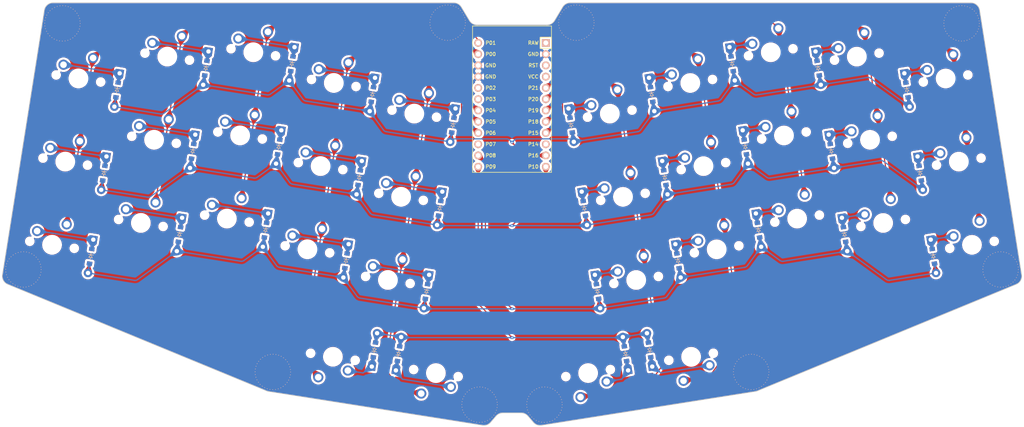
<source format=kicad_pcb>
(kicad_pcb (version 20221018) (generator pcbnew)
  (title_block (title "moai") (rev "0.0.2") (company "4itor"))
  (layers (0 "F.Cu" signal) (31 "B.Cu" signal) (34 "B.Paste" user) (35 "F.Paste" user) (36 "B.SilkS" user "B.Silkscreen") (37 "F.SilkS" user "F.Silkscreen") (38 "B.Mask" user) (39 "F.Mask" user) (44 "Edge.Cuts" user))
  (net 0 "")
  (net 1 "P1")
  (net 2 "pinky_bottom")
  (net 3 "pinky_home")
  (net 4 "pinky_top")
  (net 5 "P0")
  (net 6 "ring_bottom")
  (net 7 "ring_home")
  (net 8 "ring_top")
  (net 9 "P4")
  (net 10 "middle_bottom")
  (net 11 "middle_home")
  (net 12 "middle_top")
  (net 13 "P5")
  (net 14 "index_bottom")
  (net 15 "index_home")
  (net 16 "index_top")
  (net 17 "P6")
  (net 18 "inner_bottom")
  (net 19 "inner_home")
  (net 20 "inner_top")
  (net 21 "P21")
  (net 22 "mirror_pinky_bottom")
  (net 23 "mirror_pinky_home")
  (net 24 "mirror_pinky_top")
  (net 25 "P20")
  (net 26 "mirror_ring_bottom")
  (net 27 "mirror_ring_home")
  (net 28 "mirror_ring_top")
  (net 29 "P19")
  (net 30 "mirror_middle_bottom")
  (net 31 "mirror_middle_home")
  (net 32 "mirror_middle_top")
  (net 33 "P18")
  (net 34 "mirror_index_bottom")
  (net 35 "mirror_index_home")
  (net 36 "mirror_index_top")
  (net 37 "P15")
  (net 38 "mirror_inner_bottom")
  (net 39 "mirror_inner_home")
  (net 40 "mirror_inner_top")
  (net 41 "outer_default")
  (net 42 "inner_default")
  (net 43 "mirror_outer_default")
  (net 44 "mirror_inner_default")
  (net 45 "P8")
  (net 46 "P10")
  (net 47 "P16")
  (net 48 "P9")
  (net 49 "RAW")
  (net 50 "GND")
  (net 51 "RST")
  (net 52 "VCC")
  (net 53 "P14")
  (net 54 "P2")
  (net 55 "P3")
  (net 56 "P7")
  (footprint "MX" (layer "F.Cu") (at 147.282416 97.200141 -9)
    (fp_text reference "10.001259" hide)
    (fp_text value "" hide)
  )
  (footprint "MX" (layer "F.Cu") (at 283.298922 98.178641 9)
    (fp_text reference "10.0012521" hide)
    (fp_text value "" hide)
  )
  (footprint "VIA-0.6mm" (layer "F.Cu") (at 205.594763 161.579947)
    (fp_text reference "REF**" hide)
    (fp_text value "VIA-0.6mm" hide)
  )
  (footprint "ComboDiode" (layer "F.Cu") (at 130.647562 138.303935 -99)
    (fp_text reference "D4" hide)
    (fp_text value "" hide)
  )
  (footprint "ComboDiode" (layer "F.Cu") (at 297.587257 124.467107 -81)
    (fp_text reference "D17" hide)
    (fp_text value "" hide)
  )
  (footprint "MX" (layer "F.Cu") (at 245.766763 104.123151 9)
    (fp_text reference "10.0012527" hide)
    (fp_text value "" hide)
  )
  (footprint "MX" (layer "F.Cu") (at 144.31016 115.966221 -9)
    (fp_text reference "10.001258" hide)
    (fp_text value "" hide)
  )
  (footprint "MX" (layer "F.Cu") (at 222.748065 169.57995 -171)
    (fp_text reference "10.0012534" hide)
    (fp_text value "" hide)
  )
  (footprint "MX" (layer "F.Cu") (at 233.570934 148.578314 9)
    (fp_text reference "10.0012528" hide)
    (fp_text value "" hide)
  )
  (footprint "ComboDiode" (layer "F.Cu") (at 192.264571 113.639295 -99)
    (fp_text reference "D15" hide)
    (fp_text value "" hide)
  )
  (footprint "MX" (layer "F.Cu") (at 162.450501 122.88923 -9)
    (fp_text reference "10.0012511" hide)
    (fp_text value "" hide)
  )
  (footprint "MX" (layer "F.Cu") (at 183.563096 111.046159 -9)
    (fp_text reference "10.0012515" hide)
    (fp_text value "" hide)
  )
  (footprint "MX" (layer "F.Cu") (at 101.928534 140.640052 -9)
    (fp_text reference "10.001251" hide)
    (fp_text value "" hide)
  )
  (footprint "ComboDiode" (layer "F.Cu") (at 116.574518 105.701029 -99)
    (fp_text reference "D3" hide)
    (fp_text value "" hide)
  )
  (footprint "ProMicro" (layer "F.Cu") (at 205.594758 109.046159 -90)
    (fp_text reference "MCU1" hide)
    (fp_text value "" hide)
  )
  (footprint "ComboDiode" (layer "F.Cu") (at 300.559511 143.233186 -81)
    (fp_text reference "D16" hide)
    (fp_text value "" hide)
  )
  (footprint "ComboDiode" (layer "F.Cu") (at 274.597448 100.771775 -81)
    (fp_text reference "D21" hide)
    (fp_text value "" hide)
  )
  (footprint "ComboDiode" (layer "F.Cu") (at 218.924952 113.639293 -81)
    (fp_text reference "D30" hide)
    (fp_text value "" hide)
  )
  (footprint "MX" (layer "F.Cu") (at 230.598679 129.812236 9)
    (fp_text reference "10.0012529" hide)
    (fp_text value "" hide)
  )
  (footprint "MX" (layer "F.Cu") (at 306.28873 121.873973 9)
    (fp_text reference "10.0012517" hide)
    (fp_text value "" hide)
  )
  (footprint "ComboDiode" (layer "F.Cu") (at 155.98389 99.793278 -99)
    (fp_text reference "D9" hide)
    (fp_text value "" hide)
  )
  (footprint "MX" (layer "F.Cu") (at 227.626425 111.046159 9)
    (fp_text reference "10.0012530" hide)
    (fp_text value "" hide)
  )
  (footprint "MX" (layer "F.Cu") (at 127.890597 98.178643 -9)
    (fp_text reference "10.001256" hide)
    (fp_text value "" hide)
  )
  (footprint "ComboDiode" (layer "F.Cu") (at 133.619816 119.537855 -99)
    (fp_text reference "D5" hide)
    (fp_text value "" hide)
  )
  (footprint "ComboDiode" (layer "F.Cu") (at 174.589278 164.348587 81)
    (fp_text reference "D31" hide)
    (fp_text value "" hide)
  )
  (footprint "ComboDiode" (layer "F.Cu") (at 221.897206 132.405373 -81)
    (fp_text reference "D29" hide)
    (fp_text value "" hide)
  )
  (footprint "MX" (layer "F.Cu") (at 165.23078 165.903736 171)
    (fp_text reference "10.0012531" hide)
    (fp_text value "" hide)
  )
  (footprint "ComboDiode" (layer "F.Cu") (at 261.150145 137.325435 -81)
    (fp_text reference "D22" hide)
    (fp_text value "" hide)
  )
  (footprint "MX" (layer "F.Cu") (at 180.590843 129.812235 -9)
    (fp_text reference "10.0012514" hide)
    (fp_text value "" hide)
  )
  (footprint "MX" (layer "F.Cu") (at 251.711274 141.655309 9)
    (fp_text reference "10.0012525" hide)
    (fp_text value "" hide)
  )
  (footprint "MX" (layer "F.Cu") (at 286.271178 116.944719 9)
    (fp_text reference "10.0012520" hide)
    (fp_text value "" hide)
  )
  (footprint "MX" (layer "F.Cu") (at 289.243434 135.710796 9)
    (fp_text reference "10.0012519" hide)
    (fp_text value "" hide)
  )
  (footprint "ComboDiode" (layer "F.Cu") (at 168.179719 144.248445 -99)
    (fp_text reference "D10" hide)
    (fp_text value "" hide)
  )
  (footprint "MX" (layer "F.Cu") (at 269.851616 134.7323 9)
    (fp_text reference "10.0012522" hide)
    (fp_text value "" hide)
  )
  (footprint "ComboDiode" (layer "F.Cu") (at 243.009801 144.248443 -81)
    (fp_text reference "D25" hide)
    (fp_text value "" hide)
  )
  (footprint "ComboDiode" (layer "F.Cu") (at 136.592072 100.771778 -99)
    (fp_text reference "D6" hide)
    (fp_text value "" hide)
  )
  (footprint "ComboDiode" (layer "F.Cu") (at 113.602265 124.467109 -99)
    (fp_text reference "D2" hide)
    (fp_text value "" hide)
  )
  (footprint "ComboDiode" (layer "F.Cu") (at 294.615003 105.701029 -81)
    (fp_text reference "D18" hide)
    (fp_text value "" hide)
  )
  (footprint "MX" (layer "F.Cu") (at 121.94609 135.710798 -9)
    (fp_text reference "10.001254" hide)
    (fp_text value "" hide)
  )
  (footprint "MX" (layer "F.Cu") (at 177.618586 148.578316 -9)
    (fp_text reference "10.0012513" hide)
    (fp_text value "" hide)
  )
  (footprint "ComboDiode" (layer "F.Cu") (at 240.037544 125.482365 -81)
    (fp_text reference "D26" hide)
    (fp_text value "" hide)
  )
  (footprint "ComboDiode" (layer "F.Cu") (at 258.177888 118.559355 -81)
    (fp_text reference "D23" hide)
    (fp_text value "" hide)
  )
  (footprint "ComboDiode" (layer "F.Cu") (at 150.03938 137.325436 -99)
    (fp_text reference "D7" hide)
    (fp_text value "" hide)
  )
  (footprint "ComboDiode" (layer "F.Cu") (at 231.167959 165.208974 99)
    (fp_text reference "D33" hide)
    (fp_text value "" hide)
  )
  (footprint "MX" (layer "F.Cu") (at 141.337903 134.732299 -9)
    (fp_text reference "10.001257" hide)
    (fp_text value "" hide)
  )
  (footprint "ComboDiode" (layer "F.Cu") (at 186.320061 151.171453 -99)
    (fp_text reference "D13" hide)
    (fp_text value "" hide)
  )
  (footprint "ComboDiode" (layer "F.Cu") (at 237.06529 106.716286 -81)
    (fp_text reference "D27" hide)
    (fp_text value "" hide)
  )
  (footprint "ComboDiode" (layer "F.Cu") (at 171.151975 125.482363 -99)
    (fp_text reference "D11" hide)
    (fp_text value "" hide)
  )
  (footprint "MX" (layer "F.Cu") (at 104.900789 121.873969 -9)
    (fp_text reference "10.001252" hide)
    (fp_text value "" hide)
  )
  (footprint "MX" (layer "F.Cu") (at 263.907107 97.200141 9)
    (fp_text reference "10.0012524" hide)
    (fp_text value "" hide)
  )
  (footprint "ComboDiode" (layer "F.Cu") (at 280.541959 138.303932 -81)
    (fp_text reference "D19" hide)
    (fp_text value "" hide)
  )
  (footprint "MX" (layer "F.Cu") (at 266.879358 115.966221 9)
    (fp_text reference "10.0012523" hide)
    (fp_text value "" hide)
  )
  (footprint "MX" (layer "F.Cu") (at 165.422755 104.12315 -9)
    (fp_text reference "10.0012512" hide)
    (fp_text value "" hide)
  )
  (footprint "ComboDiode" (layer "F.Cu") (at 153.011637 118.559356 -99)
    (fp_text reference "D8" hide)
    (fp_text value "" hide)
  )
  (footprint "ComboDiode" (layer "F.Cu") (at 189.292316 132.405368 -99)
    (fp_text reference "D14" hide)
    (fp_text value "" hide)
  )
  (footprint "MX" (layer "F.Cu") (at 188.441456 169.579948 171)
    (fp_text reference "10.0012532" hide)
    (fp_text value "" hide)
  )
  (footprint "VIA-0.6mm" (layer "F.Cu") (at 205.594762 136.312239)
    (fp_text reference "REF**" hide)
    (fp_text value "VIA-0.6mm" hide)
  )
  (footprint "MX" (layer "F.Cu") (at 303.316475 103.107891 9)
    (fp_text reference "10.0012518" hide)
    (fp_text value "" hide)
  )
  (footprint "ComboDiode" (layer "F.Cu") (at 174.124229 106.716287 -99)
    (fp_text reference "D12" hide)
    (fp_text value "" hide)
  )
  (footprint "ComboDiode" (layer "F.Cu") (at 224.869456 151.17145 -81)
    (fp_text reference "D28" hide)
    (fp_text value "" hide)
  )
  (footprint "MX" (layer "F.Cu") (at 248.739021 122.889225 9)
    (fp_text reference "10.0012526" hide)
    (fp_text value "" hide)
  )
  (footprint "ComboDiode" (layer "F.Cu") (at 180.021564 165.208974 81)
    (fp_text reference "D32" hide)
    (fp_text value "" hide)
  )
  (footprint "ComboDiode" (layer "F.Cu") (at 236.600245 164.348587 99)
    (fp_text reference "D34" hide)
    (fp_text value "" hide)
  )
  (footprint "MX" (layer "F.Cu") (at 245.958742 165.903741 -171)
    (fp_text reference "10.0012533" hide)
    (fp_text value "" hide)
  )
  (footprint "MX" (layer "F.Cu") (at 159.478247 141.655308 -9)
    (fp_text reference "10.0012510" hide)
    (fp_text value "" hide)
  )
  (footprint "ComboDiode" (layer "F.Cu") (at 110.630007 143.233186 -99)
    (fp_text reference "D1" hide)
    (fp_text value "" hide)
  )
  (footprint "ComboDiode" (layer "F.Cu") (at 277.569704 119.537857 -81)
    (fp_text reference "D20" hide)
    (fp_text value "" hide)
  )
  (footprint "MX" (layer "F.Cu") (at 309.260985 140.64005 9)
    (fp_text reference "10.0012516" hide)
    (fp_text value "" hide)
  )
  (footprint "MX" (layer "F.Cu") (at 124.918347 116.944718 -9)
    (fp_text reference "10.001255" hide)
    (fp_text value "" hide)
  )
  (footprint "VIA-0.6mm" (layer "F.Cu") (at 205.594762 117.546154)
    (fp_text reference "REF**" hide)
    (fp_text value "VIA-0.6mm" hide)
  )
  (footprint "MX" (layer "F.Cu") (at 107.873046 103.107895 -9)
    (fp_text reference "10.001253" hide)
    (fp_text value "" hide)
  )
  (footprint "VIA-0.6mm" (layer "F.Cu") (at 205.594763 155.078312)
    (fp_text reference "REF**" hide)
    (fp_text value "VIA-0.6mm" hide)
  )
  (footprint "ComboDiode" (layer "F.Cu") (at 255.205632 99.79328 -81)
    (fp_text reference "D24" hide)
    (fp_text value "" hide)
  )
  (gr_circle (center 212.907046 176.708437) (end 216.907048 176.708437) (stroke (width 0.15) (type dot)) (fill none) (layer "B.SilkS"))
  (gr_circle (center 104.272348 90.675303) (end 108.27235 90.675303) (stroke (width 0.15) (type dot)) (fill none) (layer "B.SilkS"))
  (gr_circle (center 259.496305 169.329424) (end 263.496308 169.329424) (stroke (width 0.15) (type dot)) (fill none) (layer "B.SilkS"))
  (gr_circle (center 198.282473 176.708437) (end 202.282472 176.708437) (stroke (width 0.15) (type dot)) (fill none) (layer "B.SilkS"))
  (gr_circle (center 220.094763 90.520597) (end 224.094761 90.520597) (stroke (width 0.15) (type dot)) (fill none) (layer "B.SilkS"))
  (gr_circle (center 306.917168 90.675303) (end 310.917171 90.675303) (stroke (width 0.15) (type dot)) (fill none) (layer "B.SilkS"))
  (gr_circle (center 95.477997 146.200672) (end 99.477994 146.200672) (stroke (width 0.15) (type dot)) (fill none) (layer "B.SilkS"))
  (gr_circle (center 151.693213 169.329422) (end 155.693212 169.329422) (stroke (width 0.15) (type dot)) (fill none) (layer "B.SilkS"))
  (gr_circle (center 315.711525 146.200674) (end 319.711526 146.200674) (stroke (width 0.15) (type dot)) (fill none) (layer "B.SilkS"))
  (gr_circle (center 191.094762 90.520597) (end 195.09476 90.520597) (stroke (width 0.15) (type dot)) (fill none) (layer "B.SilkS"))
  (gr_arc (start 217.012156 86.991604) (mid 217.741743 86.280196) (end 218.727139 86.020597) (stroke (width 0.15)) (layer "Edge.Cuts"))
  (gr_line (start 203.513149 178.579949) (end 207.676375 178.57995) (stroke (width 0.15)) (layer "Edge.Cuts"))
  (gr_line (start 212.244166 181.369523) (end 260.461939 173.732577) (stroke (width 0.15)) (layer "Edge.Cuts"))
  (gr_line (start 150.72758 173.732575) (end 198.945353 181.369519) (stroke (width 0.15)) (layer "Edge.Cuts"))
  (gr_line (start 200.775139 180.697584) (end 201.996229 179.276511) (stroke (width 0.15)) (layer "Edge.Cuts"))
  (gr_arc (start 215.177368 90.049587) (mid 214.447779 90.760997) (end 213.462379 91.020595) (stroke (width 0.15)) (layer "Edge.Cuts"))
  (gr_line (start 91.94596 149.555625) (end 150.278101 173.606205) (stroke (width 0.15)) (layer "Edge.Cuts"))
  (gr_arc (start 150.727579 173.732575) (mid 150.49914 173.682551) (end 150.278101 173.606205) (stroke (width 0.15)) (layer "Edge.Cuts"))
  (gr_line (start 100.186276 87.707728) (end 90.732939 147.393752) (stroke (width 0.15)) (layer "Edge.Cuts"))
  (gr_arc (start 192.462381 86.020591) (mid 193.447781 86.280192) (end 194.177367 86.991604) (stroke (width 0.15)) (layer "Edge.Cuts"))
  (gr_line (start 209.19329 179.276507) (end 210.414377 180.697584) (stroke (width 0.15)) (layer "Edge.Cuts"))
  (gr_arc (start 260.911421 173.606204) (mid 260.69038 173.682552) (end 260.461938 173.732578) (stroke (width 0.15)) (layer "Edge.Cuts"))
  (gr_line (start 260.911421 173.606204) (end 319.243562 149.555628) (stroke (width 0.15)) (layer "Edge.Cuts"))
  (gr_arc (start 197.727139 91.020595) (mid 196.741742 90.760996) (end 196.012155 90.049589) (stroke (width 0.15)) (layer "Edge.Cuts"))
  (gr_arc (start 207.676375 178.57995) (mid 208.510974 178.762412) (end 209.19329 179.276507) (stroke (width 0.15)) (layer "Edge.Cuts"))
  (gr_arc (start 91.94596 149.555625) (mid 90.964119 148.685285) (end 90.732939 147.393752) (stroke (width 0.15)) (layer "Edge.Cuts"))
  (gr_line (start 217.012156 86.991605) (end 215.177366 90.049585) (stroke (width 0.15)) (layer "Edge.Cuts"))
  (gr_arc (start 309.027868 86.020595) (mid 310.326765 86.499783) (end 311.003245 87.707726) (stroke (width 0.15)) (layer "Edge.Cuts"))
  (gr_line (start 320.456584 147.393751) (end 311.003245 87.707726) (stroke (width 0.15)) (layer "Edge.Cuts"))
  (gr_arc (start 320.456585 147.393752) (mid 320.225402 148.685285) (end 319.243562 149.555628) (stroke (width 0.15)) (layer "Edge.Cuts"))
  (gr_line (start 309.027869 86.020594) (end 218.727139 86.020597) (stroke (width 0.15)) (layer "Edge.Cuts"))
  (gr_arc (start 201.996229 179.276511) (mid 202.678547 178.762414) (end 203.513149 178.579949) (stroke (width 0.15)) (layer "Edge.Cuts"))
  (gr_arc (start 212.244166 181.369523) (mid 211.241869 181.271562) (end 210.414377 180.697584) (stroke (width 0.15)) (layer "Edge.Cuts"))
  (gr_line (start 213.462379 91.020595) (end 197.727138 91.020594) (stroke (width 0.15)) (layer "Edge.Cuts"))
  (gr_line (start 192.462381 86.020591) (end 102.161653 86.020593) (stroke (width 0.15)) (layer "Edge.Cuts"))
  (gr_arc (start 200.775139 180.697584) (mid 199.947647 181.271558) (end 198.945353 181.369519) (stroke (width 0.15)) (layer "Edge.Cuts"))
  (gr_arc (start 100.186276 87.707728) (mid 100.862757 86.499785) (end 102.161653 86.020593) (stroke (width 0.15)) (layer "Edge.Cuts"))
  (gr_line (start 196.012155 90.049589) (end 194.177367 86.991604) (stroke (width 0.15)) (layer "Edge.Cuts"))
  (segment (start 190.585786 87.4) (end 122.678457 87.4) (width 0.25) (layer "F.Cu") (net 1))
  (segment (start 197.681865 94.081865) (end 191.292893 87.692893) (width 0.25) (layer "F.Cu") (net 1))
  (segment (start 108.204204 117.253857) (end 105.231952 136.019939) (width 0.25) (layer "F.Cu") (net 1))
  (segment (start 197.974758 95.076159) (end 197.974758 94.788972) (width 0.25) (layer "F.Cu") (net 1))
  (segment (start 111.176461 98.487781) (end 108.204204 117.253857) (width 0.25) (layer "F.Cu") (net 1))
  (segment (start 121.97135 87.692893) (end 111.176461 98.487782) (width 0.25) (layer "F.Cu") (net 1))
  (arc (start 197.974758 94.788972) (mid 197.898638 94.406289) (end 197.681865 94.081865) (width 0.25) (layer "F.Cu") (net 1))
  (arc (start 191.292893 87.692893) (mid 190.96847 87.47612) (end 190.585786 87.4) (width 0.25) (layer "F.Cu") (net 1))
  (arc (start 121.97135 87.692893) (mid 122.295773 87.47612) (end 122.678457 87.4) (width 0.25) (layer "F.Cu") (net 1))
  (segment (start 111.226024 139.470092) (end 110.888125 141.603501) (width 0.25) (layer "F.Cu") (net 2))
  (segment (start 111.226024 139.470091) (end 110.888127 141.603499) (width 0.25) (layer "B.Cu") (net 2))
  (segment (start 111.226024 139.470091) (end 98.642876 137.477116) (width 0.25) (layer "B.Cu") (net 2))
  (segment (start 98.642876 137.477116) (end 98.562787 137.535305) (width 0.25) (layer "B.Cu") (net 2))
  (segment (start 114.198279 120.704015) (end 113.860383 122.837421) (width 0.25) (layer "F.Cu") (net 3))
  (segment (start 114.198278 120.704015) (end 113.860379 122.83742) (width 0.25) (layer "B.Cu") (net 3))
  (segment (start 114.198278 120.704015) (end 101.615129 118.71104) (width 0.25) (layer "B.Cu") (net 3))
  (segment (start 101.615129 118.71104) (end 101.535041 118.769226) (width 0.25) (layer "B.Cu") (net 3))
  (segment (start 117.170535 101.937937) (end 116.832636 104.071343) (width 0.25) (layer "F.Cu") (net 4))
  (segment (start 117.170532 101.937935) (end 116.832637 104.071343) (width 0.25) (layer "B.Cu") (net 4))
  (segment (start 104.587383 99.944958) (end 104.507292 100.003148) (width 0.25) (layer "B.Cu") (net 4))
  (segment (start 117.170532 101.937935) (end 104.587383 99.944958) (width 0.25) (layer "B.Cu") (net 4))
  (segment (start 131.194014 93.55853) (end 128.221761 112.3246) (width 0.25) (layer "F.Cu") (net 5))
  (segment (start 135.459649 89.292893) (end 131.194012 93.55853) (width 0.25) (layer "F.Cu") (net 5))
  (segment (start 197.974758 97.616159) (end 196.292893 95.934294) (width 0.25) (layer "F.Cu") (net 5))
  (segment (start 195.707107 93.307107) (end 191.692893 89.292893) (width 0.25) (layer "F.Cu") (net 5))
  (segment (start 128.221761 112.3246) (end 128.221761 112.324604) (width 0.25) (layer "F.Cu") (net 5))
  (segment (start 190.985786 89) (end 136.166756 89) (width 0.25) (layer "F.Cu") (net 5))
  (segment (start 196 95.227187) (end 196 94.014214) (width 0.25) (layer "F.Cu") (net 5))
  (segment (start 128.221761 112.324604) (end 125.249506 131.090685) (width 0.25) (layer "F.Cu") (net 5))
  (arc (start 195.707107 93.307107) (mid 195.92388 93.63153) (end 196 94.014214) (width 0.25) (layer "F.Cu") (net 5))
  (arc (start 196.292893 95.934294) (mid 196.07612 95.609871) (end 196 95.227187) (width 0.25) (layer "F.Cu") (net 5))
  (arc (start 191.692893 89.292893) (mid 191.36847 89.07612) (end 190.985786 89) (width 0.25) (layer "F.Cu") (net 5))
  (arc (start 135.459649 89.292893) (mid 135.784072 89.07612) (end 136.166756 89) (width 0.25) (layer "F.Cu") (net 5))
  (segment (start 131.243578 134.540843) (end 130.905678 136.674248) (width 0.25) (layer "F.Cu") (net 6))
  (segment (start 131.243579 134.540842) (end 118.66043 132.547866) (width 0.25) (layer "B.Cu") (net 6))
  (segment (start 131.243579 134.540842) (end 130.905681 136.674245) (width 0.25) (layer "B.Cu") (net 6))
  (segment (start 118.66043 132.547866) (end 118.580342 132.606054) (width 0.25) (layer "B.Cu") (net 6))
  (segment (start 134.215833 115.774762) (end 133.877934 117.90817) (width 0.25) (layer "F.Cu") (net 7))
  (segment (start 134.215832 115.774764) (end 121.632681 113.781788) (width 0.25) (layer "B.Cu") (net 7))
  (segment (start 121.632681 113.781788) (end 121.552597 113.839975) (width 0.25) (layer "B.Cu") (net 7))
  (segment (start 134.215832 115.774764) (end 133.877934 117.908172) (width 0.25) (layer "B.Cu") (net 7))
  (segment (start 137.188087 97.008684) (end 136.850189 99.14209) (width 0.25) (layer "F.Cu") (net 8))
  (segment (start 137.188089 97.008684) (end 124.604939 95.01571) (width 0.25) (layer "B.Cu") (net 8))
  (segment (start 124.604939 95.01571) (end 124.524852 95.073896) (width 0.25) (layer "B.Cu") (net 8))
  (segment (start 137.188089 97.008684) (end 136.850189 99.142089) (width 0.25) (layer "B.Cu") (net 8))
  (segment (start 197.974758 110.316159) (end 195.692893 108.034294) (width 0.25) (layer "F.Cu") (net 9))
  (segment (start 152.272966 90.892893) (end 150.585831 92.580028) (width 0.25) (layer "F.Cu") (net 9))
  (segment (start 150.585833 92.580027) (end 147.613576 111.346108) (width 0.25) (layer "F.Cu") (net 9))
  (segment (start 191.385786 90.6) (end 152.980073 90.6) (width 0.25) (layer "F.Cu") (net 9))
  (segment (start 147.613576 111.346108) (end 144.641322 130.112185) (width 0.25) (layer "F.Cu") (net 9))
  (segment (start 195.107107 93.907107) (end 192.092893 90.892893) (width 0.25) (layer "F.Cu") (net 9))
  (segment (start 195.4 107.327187) (end 195.4 94.614214) (width 0.25) (layer "F.Cu") (net 9))
  (arc (start 152.272966 90.892893) (mid 152.597389 90.67612) (end 152.980073 90.6) (width 0.25) (layer "F.Cu") (net 9))
  (arc (start 195.692893 108.034294) (mid 195.47612 107.709871) (end 195.4 107.327187) (width 0.25) (layer "F.Cu") (net 9))
  (arc (start 191.385786 90.6) (mid 191.768469 90.67612) (end 192.092893 90.892893) (width 0.25) (layer "F.Cu") (net 9))
  (arc (start 195.107107 93.907107) (mid 195.32388 94.23153) (end 195.4 94.614214) (width 0.25) (layer "F.Cu") (net 9))
  (segment (start 150.635395 133.562341) (end 150.297498 135.69575) (width 0.25) (layer "F.Cu") (net 10))
  (segment (start 150.635393 133.562343) (end 138.052243 131.569368) (width 0.25) (layer "B.Cu") (net 10))
  (segment (start 150.635393 133.562343) (end 150.297497 135.695752) (width 0.25) (layer "B.Cu") (net 10))
  (segment (start 138.052243 131.569368) (end 137.972159 131.627556) (width 0.25) (layer "B.Cu") (net 10))
  (segment (start 153.60765 114.796264) (end 153.269754 116.92967) (width 0.25) (layer "F.Cu") (net 11))
  (segment (start 153.269753 116.929671) (end 153.607649 114.796263) (width 0.25) (layer "B.Cu") (net 11))
  (segment (start 153.607649 114.796263) (end 141.024499 112.803288) (width 0.25) (layer "B.Cu") (net 11))
  (segment (start 141.024499 112.803288) (end 140.944412 112.861477) (width 0.25) (layer "B.Cu") (net 11))
  (segment (start 156.579905 96.030186) (end 156.242006 98.163593) (width 0.25) (layer "F.Cu") (net 12))
  (segment (start 156.579905 96.030187) (end 143.996753 94.037211) (width 0.25) (layer "B.Cu") (net 12))
  (segment (start 156.579905 96.030187) (end 156.242005 98.163594) (width 0.25) (layer "B.Cu") (net 12))
  (segment (start 143.996753 94.037211) (end 143.916667 94.095398) (width 0.25) (layer "B.Cu") (net 12))
  (segment (start 194.8 109.267187) (end 194.8 95.214214) (width 0.25) (layer "F.Cu") (net 13))
  (segment (start 175.736314 92.492893) (end 168.72617 99.503037) (width 0.25) (layer "F.Cu") (net 13))
  (segment (start 162.781662 137.035193) (end 158.274002 165.495433) (width 0.25) (layer "F.Cu") (net 13))
  (segment (start 168.726172 99.503036) (end 165.753916 118.269117) (width 0.25) (layer "F.Cu") (net 13))
  (segment (start 197.974758 112.856159) (end 195.092893 109.974294) (width 0.25) (layer "F.Cu") (net 13))
  (segment (start 194.507107 94.507107) (end 192.492893 92.492893) (width 0.25) (layer "F.Cu") (net 13))
  (segment (start 158.274002 165.495433) (end 161.927363 170.523852) (width 0.25) (layer "F.Cu") (net 13))
  (segment (start 165.753916 118.269117) (end 162.781662 137.035193) (width 0.25) (layer "F.Cu") (net 13))
  (segment (start 191.785786 92.2) (end 176.443421 92.2) (width 0.25) (layer "F.Cu") (net 13))
  (arc (start 194.507107 94.507107) (mid 194.72388 94.83153) (end 194.8 95.214214) (width 0.25) (layer "F.Cu") (net 13))
  (arc (start 191.785786 92.2) (mid 192.168469 92.27612) (end 192.492893 92.492893) (width 0.25) (layer "F.Cu") (net 13))
  (arc (start 195.092893 109.974294) (mid 194.87612 109.649871) (end 194.8 109.267187) (width 0.25) (layer "F.Cu") (net 13))
  (arc (start 176.443421 92.2) (mid 176.060738 92.27612) (end 175.736314 92.492893) (width 0.25) (layer "F.Cu") (net 13))
  (segment (start 168.775736 140.485351) (end 168.437837 142.618758) (width 0.25) (layer "F.Cu") (net 14))
  (segment (start 168.775735 140.485351) (end 156.192586 138.492376) (width 0.25) (layer "B.Cu") (net 14))
  (segment (start 168.775735 140.485351) (end 168.437835 142.618758) (width 0.25) (layer "B.Cu") (net 14))
  (segment (start 156.192586 138.492376) (end 156.112498 138.550565) (width 0.25) (layer "B.Cu") (net 14))
  (segment (start 171.747991 121.719273) (end 171.410091 123.852679) (width 0.25) (layer "F.Cu") (net 15))
  (segment (start 171.74799 121.719274) (end 171.410092 123.852677) (width 0.25) (layer "B.Cu") (net 15))
  (segment (start 171.74799 121.719274) (end 159.164843 119.726299) (width 0.25) (layer "B.Cu") (net 15))
  (segment (start 159.164843 119.726299) (end 159.084752 119.784484) (width 0.25) (layer "B.Cu") (net 15))
  (segment (start 174.720245 102.953192) (end 174.382347 105.086601) (width 0.25) (layer "F.Cu") (net 16))
  (segment (start 174.720246 102.953192) (end 174.382347 105.086602) (width 0.25) (layer "B.Cu") (net 16))
  (segment (start 174.720246 102.953192) (end 162.137095 100.96022) (width 0.25) (layer "B.Cu") (net 16))
  (segment (start 162.137095 100.96022) (end 162.057006 101.018409) (width 0.25) (layer "B.Cu") (net 16))
  (segment (start 194.202711 109.002597) (end 194.2 108.999886) (width 0.25) (layer "F.Cu") (net 17))
  (segment (start 194.2 111.207187) (end 194.2 110.752518) (width 0.25) (layer "F.Cu") (net 17))
  (segment (start 183.894255 125.192122) (end 180.922001 143.958201) (width 0.25) (layer "F.Cu") (net 17))
  (segment (start 180.576892 173.477648) (end 185.138038 174.200061) (width 0.25) (layer "F.Cu") (net 17))
  (segment (start 177.021621 168.584236) (end 180.576892 173.477648) (width 0.25) (layer "F.Cu") (net 17))
  (segment (start 194.2 110.752518) (end 194.202711 110.749807) (width 0.25) (layer "F.Cu") (net 17))
  (segment (start 193.907107 95.107107) (end 192.507107 93.707107) (width 0.25) (layer "F.Cu") (net 17))
  (segment (start 186.866511 98.347703) (end 186.866511 106.426046) (width 0.25) (layer "F.Cu") (net 17))
  (segment (start 194.2 108.999886) (end 194.2 95.814214) (width 0.25) (layer "F.Cu") (net 17))
  (segment (start 186.866511 106.426045) (end 183.894255 125.192122) (width 0.25) (layer "F.Cu") (net 17))
  (segment (start 194.202711 110.749807) (end 194.202711 109.002597) (width 0.25) (layer "F.Cu") (net 17))
  (segment (start 197.974758 115.396159) (end 194.492893 111.914294) (width 0.25) (layer "F.Cu") (net 17))
  (segment (start 180.922001 143.958201) (end 177.021621 168.584236) (width 0.25) (layer "F.Cu") (net 17))
  (segment (start 191.092893 93.707107) (end 187.159404 97.640596) (width 0.25) (layer "F.Cu") (net 17))
  (arc (start 187.159404 97.640596) (mid 186.942631 97.965019) (end 186.866511 98.347703) (width 0.25) (layer "F.Cu") (net 17))
  (arc (start 194.2 111.207187) (mid 194.27612 111.58987) (end 194.492893 111.914294) (width 0.25) (layer "F.Cu") (net 17))
  (arc (start 192.507107 93.707107) (mid 191.8 93.414214) (end 191.092893 93.707107) (width 0.25) (layer "F.Cu") (net 17))
  (arc (start 193.907107 95.107107) (mid 194.12388 95.43153) (end 194.2 95.814214) (width 0.25) (layer "F.Cu") (net 17))
  (segment (start 186.916075 147.40836) (end 186.578179 149.541768) (width 0.25) (layer "F.Cu") (net 18))
  (segment (start 186.916076 147.408358) (end 186.578177 149.541766) (width 0.25) (layer "B.Cu") (net 18))
  (segment (start 174.332927 145.415382) (end 174.252836 145.473573) (width 0.25) (layer "B.Cu") (net 18))
  (segment (start 186.916076 147.408358) (end 174.332927 145.415382) (width 0.25) (layer "B.Cu") (net 18))
  (segment (start 189.88833 128.642277) (end 189.550431 130.775683) (width 0.25) (layer "F.Cu") (net 19))
  (segment (start 189.88833 128.642281) (end 177.305181 126.649305) (width 0.25) (layer "B.Cu") (net 19))
  (segment (start 189.88833 128.642281) (end 189.550433 130.775689) (width 0.25) (layer "B.Cu") (net 19))
  (segment (start 177.305181 126.649305) (end 177.225094 126.707491) (width 0.25) (layer "B.Cu") (net 19))
  (segment (start 192.860586 109.876202) (end 192.522688 112.009608) (width 0.25) (layer "F.Cu") (net 20))
  (segment (start 192.860585 109.8762) (end 180.277436 107.883226) (width 0.25) (layer "B.Cu") (net 20))
  (segment (start 192.860585 109.8762) (end 192.522688 112.009608) (width 0.25) (layer "B.Cu") (net 20))
  (segment (start 180.277436 107.883226) (end 180.197347 107.941417) (width 0.25) (layer "B.Cu") (net 20))
  (segment (start 310.975028 135.225251) (end 308.00277 116.459172) (width 0.25) (layer "F.Cu") (net 21))
  (segment (start 214.967893 92.632107) (end 219.907107 87.692893) (width 0.25) (layer "F.Cu") (net 21))
  (segment (start 220.614214 87.4) (end 294.323211 87.4) (width 0.25) (layer "F.Cu") (net 21))
  (segment (start 213.214758 105.236159) (end 214.382107 104.06881) (width 0.25) (layer "F.Cu") (net 21))
  (segment (start 295.030318 87.692893) (end 305.030516 97.693091) (width 0.25) (layer "F.Cu") (net 21))
  (segment (start 305.030517 97.693091) (end 308.00277 116.459172) (width 0.25) (layer "F.Cu") (net 21))
  (segment (start 214.675 103.361703) (end 214.675 93.339214) (width 0.25) (layer "F.Cu") (net 21))
  (arc (start 294.323211 87.4) (mid 294.705894 87.47612) (end 295.030318 87.692893) (width 0.25) (layer "F.Cu") (net 21))
  (arc (start 214.967893 92.632107) (mid 214.75112 92.95653) (end 214.675 93.339214) (width 0.25) (layer "F.Cu") (net 21))
  (arc (start 220.614214 87.4) (mid 220.231531 87.47612) (end 219.907107 87.692893) (width 0.25) (layer "F.Cu") (net 21))
  (arc (start 214.382107 104.06881) (mid 214.59888 103.744387) (end 214.675 103.361703) (width 0.25) (layer "F.Cu") (net 21))
  (segment (start 299.963496 139.470094) (end 300.301395 141.6035) (width 0.25) (layer "F.Cu") (net 22))
  (segment (start 299.963496 139.470095) (end 305.020458 138.669148) (width 0.25) (layer "B.Cu") (net 22))
  (segment (start 299.963496 139.470095) (end 300.301395 141.6035) (width 0.25) (layer "B.Cu") (net 22))
  (segment (start 305.020458 138.669148) (end 305.100549 138.727336) (width 0.25) (layer "B.Cu") (net 22))
  (segment (start 296.991241 120.704014) (end 297.32914 122.837421) (width 0.25) (layer "F.Cu") (net 23))
  (segment (start 296.991243 120.704011) (end 302.048202 119.903069) (width 0.25) (layer "B.Cu") (net 23))
  (segment (start 302.048202 119.903069) (end 302.128294 119.961261) (width 0.25) (layer "B.Cu") (net 23))
  (segment (start 296.991243 120.704011) (end 297.32914 122.837421) (width 0.25) (layer "B.Cu") (net 23))
  (segment (start 294.018987 101.937937) (end 294.356887 104.071344) (width 0.25) (layer "F.Cu") (net 24))
  (segment (start 294.356887 104.071344) (end 294.018984 101.937935) (width 0.25) (layer "B.Cu") (net 24))
  (segment (start 299.075951 101.13699) (end 299.15604 101.195177) (width 0.25) (layer "B.Cu") (net 24))
  (segment (start 294.018984 101.937935) (end 299.075951 101.13699) (width 0.25) (layer "B.Cu") (net 24))
  (segment (start 290.957474 130.295998) (end 287.985219 111.529918) (width 0.25) (layer "F.Cu") (net 25))
  (segment (start 215.567893 93.232107) (end 219.507107 89.292893) (width 0.25) (layer "F.Cu") (net 25))
  (segment (start 285.012964 92.763841) (end 287.985219 111.529918) (width 0.25) (layer "F.Cu") (net 25))
  (segment (start 220.214214 89) (end 280.834908 89) (width 0.25) (layer "F.Cu") (net 25))
  (segment (start 215.275 105.301703) (end 215.275 93.939214) (width 0.25) (layer "F.Cu") (net 25))
  (segment (start 281.542015 89.292893) (end 285.012963 92.763841) (width 0.25) (layer "F.Cu") (net 25))
  (segment (start 213.214758 107.776159) (end 214.982107 106.00881) (width 0.25) (layer "F.Cu") (net 25))
  (arc (start 281.542015 89.292893) (mid 281.217592 89.07612) (end 280.834908 89) (width 0.25) (layer "F.Cu") (net 25))
  (arc (start 215.567893 93.232107) (mid 215.35112 93.55653) (end 215.275 93.939214) (width 0.25) (layer "F.Cu") (net 25))
  (arc (start 215.275 105.301703) (mid 215.19888 105.684386) (end 214.982107 106.00881) (width 0.25) (layer "F.Cu") (net 25))
  (arc (start 219.507107 89.292893) (mid 219.83153 89.07612) (end 220.214214 89) (width 0.25) (layer "F.Cu") (net 25))
  (segment (start 279.945942 134.540838) (end 280.283842 136.674246) (width 0.25) (layer "F.Cu") (net 26))
  (segment (start 285.002905 133.739896) (end 285.082997 133.798087) (width 0.25) (layer "B.Cu") (net 26))
  (segment (start 279.945944 134.54084) (end 285.002905 133.739896) (width 0.25) (layer "B.Cu") (net 26))
  (segment (start 280.283841 136.674248) (end 279.945944 134.54084) (width 0.25) (layer "B.Cu") (net 26))
  (segment (start 276.973688 115.774764) (end 277.311585 117.908169) (width 0.25) (layer "F.Cu") (net 27))
  (segment (start 276.973688 115.774763) (end 282.030653 114.973817) (width 0.25) (layer "B.Cu") (net 27))
  (segment (start 282.030653 114.973817) (end 282.11074 115.032005) (width 0.25) (layer "B.Cu") (net 27))
  (segment (start 276.973688 115.774763) (end 277.311585 117.908169) (width 0.25) (layer "B.Cu") (net 27))
  (segment (start 274.001433 97.008684) (end 274.33933 99.14209) (width 0.25) (layer "F.Cu") (net 28))
  (segment (start 279.058397 96.20774) (end 279.138486 96.265925) (width 0.25) (layer "B.Cu") (net 28))
  (segment (start 274.001433 97.008686) (end 279.058397 96.20774) (width 0.25) (layer "B.Cu") (net 28))
  (segment (start 274.339333 99.142092) (end 274.001433 97.008686) (width 0.25) (layer "B.Cu") (net 28))
  (segment (start 216.167893 93.832107) (end 219.107107 90.892893) (width 0.25) (layer "F.Cu") (net 29))
  (segment (start 268.593401 110.551416) (end 268.5934 110.55142) (width 0.25) (layer "F.Cu") (net 29))
  (segment (start 215.875 107.241703) (end 215.875 94.539214) (width 0.25) (layer "F.Cu") (net 29))
  (segment (start 265.621149 91.785341) (end 268.593401 110.551416) (width 0.25) (layer "F.Cu") (net 29))
  (segment (start 213.214758 110.316159) (end 215.582107 107.94881) (width 0.25) (layer "F.Cu") (net 29))
  (segment (start 268.5934 110.55142) (end 271.565656 129.317499) (width 0.25) (layer "F.Cu") (net 29))
  (segment (start 219.814214 90.6) (end 264.021593 90.6) (width 0.25) (layer "F.Cu") (net 29))
  (segment (start 264.7287 90.892893) (end 265.621148 91.785341) (width 0.25) (layer "F.Cu") (net 29))
  (arc (start 264.7287 90.892893) (mid 264.404277 90.67612) (end 264.021593 90.6) (width 0.25) (layer "F.Cu") (net 29))
  (arc (start 216.167893 93.832107) (mid 215.95112 94.15653) (end 215.875 94.539214) (width 0.25) (layer "F.Cu") (net 29))
  (arc (start 215.582107 107.94881) (mid 215.79888 107.624387) (end 215.875 107.241703) (width 0.25) (layer "F.Cu") (net 29))
  (arc (start 219.814214 90.6) (mid 219.431531 90.67612) (end 219.107107 90.892893) (width 0.25) (layer "F.Cu") (net 29))
  (segment (start 260.554127 133.562344) (end 260.892027 135.695751) (width 0.25) (layer "F.Cu") (net 30))
  (segment (start 265.611092 132.761399) (end 265.691179 132.819586) (width 0.25) (layer "B.Cu") (net 30))
  (segment (start 260.554125 133.562343) (end 260.892027 135.695751) (width 0.25) (layer "B.Cu") (net 30))
  (segment (start 260.554125 133.562343) (end 265.611092 132.761399) (width 0.25) (layer "B.Cu") (net 30))
  (segment (start 257.581872 114.796261) (end 257.919771 116.92967) (width 0.25) (layer "F.Cu") (net 31))
  (segment (start 257.581869 114.796263) (end 262.638833 113.995318) (width 0.25) (layer "B.Cu") (net 31))
  (segment (start 257.581869 114.796263) (end 257.91977 116.929672) (width 0.25) (layer "B.Cu") (net 31))
  (segment (start 262.638833 113.995318) (end 262.718925 114.053508) (width 0.25) (layer "B.Cu") (net 31))
  (segment (start 254.609617 96.030187) (end 254.947515 98.163593) (width 0.25) (layer "F.Cu") (net 32))
  (segment (start 254.609616 96.030187) (end 259.666582 95.229241) (width 0.25) (layer "B.Cu") (net 32))
  (segment (start 254.947515 98.163593) (end 254.609616 96.030187) (width 0.25) (layer "B.Cu") (net 32))
  (segment (start 259.666582 95.229241) (end 259.746671 95.287426) (width 0.25) (layer "B.Cu") (net 32))
  (segment (start 253.425316 136.24051) (end 257.199586 160.070321) (width 0.25) (layer "F.Cu") (net 33))
  (segment (start 250.453059 117.474425) (end 250.453062 117.474424) (width 0.25) (layer "F.Cu") (net 33))
  (segment (start 216.475 95.139214) (end 216.475 109.181703) (width 0.25) (layer "F.Cu") (net 33))
  (segment (start 250.453062 117.474424) (end 253.425317 136.240507) (width 0.25) (layer "F.Cu") (net 33))
  (segment (start 216.182107 109.88881) (end 213.214758 112.856159) (width 0.25) (layer "F.Cu") (net 33))
  (segment (start 218.707107 92.492893) (end 216.767893 94.432107) (width 0.25) (layer "F.Cu") (net 33))
  (segment (start 247.480804 98.708351) (end 241.265346 92.492893) (width 0.25) (layer "F.Cu") (net 33))
  (segment (start 240.558239 92.2) (end 219.414214 92.2) (width 0.25) (layer "F.Cu") (net 33))
  (segment (start 249.649186 170.462555) (end 244.244699 171.318541) (width 0.25) (layer "F.Cu") (net 33))
  (segment (start 257.020914 160.81454) (end 250.301769 170.062652) (width 0.25) (layer "F.Cu") (net 33))
  (segment (start 253.425317 136.240507) (end 253.425316 136.24051) (width 0.25) (layer "F.Cu") (net 33))
  (segment (start 247.480804 98.70835) (end 250.453059 117.474425) (width 0.25) (layer "F.Cu") (net 33))
  (arc (start 216.475 109.181703) (mid 216.398881 109.564387) (end 216.182107 109.88881) (width 0.25) (layer "F.Cu") (net 33))
  (arc (start 257.199586 160.070321) (mid 257.184267 160.460201) (end 257.020914 160.81454) (width 0.25) (layer "F.Cu") (net 33))
  (arc (start 241.265346 92.492893) (mid 240.940922 92.27612) (end 240.558239 92.2) (width 0.25) (layer "F.Cu") (net 33))
  (arc (start 219.414214 92.2) (mid 219.031531 92.27612) (end 218.707107 92.492893) (width 0.25) (layer "F.Cu") (net 33))
  (arc (start 216.475 95.139214) (mid 216.55112 94.756531) (end 216.767893 94.432107) (width 0.25) (layer "F.Cu") (net 33))
  (arc (start 249.649186 170.462555) (mid 250.01525 170.327507) (end 250.301769 170.062652) (width 0.25) (layer "F.Cu") (net 33))
  (segment (start 242.413785 140.485351) (end 242.751684 142.618758) (width 0.25) (layer "F.Cu") (net 34))
  (segment (start 242.413787 140.485349) (end 247.470747 139.684406) (width 0.25) (layer "B.Cu") (net 34))
  (segment (start 242.413787 140.485349) (end 242.751682 142.618757) (width 0.25) (layer "B.Cu") (net 34))
  (segment (start 247.470747 139.684406) (end 247.55084 139.742596) (width 0.25) (layer "B.Cu") (net 34))
  (segment (start 239.44153 121.719271) (end 239.779429 123.85268) (width 0.25) (layer "F.Cu") (net 35))
  (segment (start 239.441531 121.719271) (end 239.779429 123.85268) (width 0.25) (layer "B.Cu") (net 35))
  (segment (start 244.498496 120.918326) (end 244.578584 120.976515) (width 0.25) (layer "B.Cu") (net 35))
  (segment (start 239.441531 121.719271) (end 244.498496 120.918326) (width 0.25) (layer "B.Cu") (net 35))
  (segment (start 236.469274 102.953195) (end 236.807173 105.086599) (width 0.25) (layer "F.Cu") (net 36))
  (segment (start 236.469273 102.953194) (end 236.807173 105.086599) (width 0.25) (layer "B.Cu") (net 36))
  (segment (start 241.526239 102.152248) (end 241.606328 102.210437) (width 0.25) (layer "B.Cu") (net 36))
  (segment (start 236.469273 102.953194) (end 241.526239 102.152248) (width 0.25) (layer "B.Cu") (net 36))
  (segment (start 216.986812 111.209891) (end 216.986812 95.827402) (width 0.25) (layer "F.Cu") (net 37))
  (segment (start 235.635801 172.682056) (end 221.034025 174.994752) (width 0.25) (layer "F.Cu") (net 37))
  (segment (start 213.214758 115.396159) (end 216.693919 111.916998) (width 0.25) (layer "F.Cu") (net 37))
  (segment (start 229.340467 105.631359) (end 232.312719 124.397435) (width 0.25) (layer "F.Cu") (net 37))
  (segment (start 232.312719 124.397435) (end 235.284976 143.163516) (width 0.25) (layer "F.Cu") (net 37))
  (segment (start 217.279706 95.120294) (end 217.347448 95.052553) (width 0.25) (layer "F.Cu") (net 37))
  (segment (start 218.761661 95.052554) (end 229.340466 105.631359) (width 0.25) (layer "F.Cu") (net 37))
  (segment (start 239.007589 168.539487) (end 236.288383 172.282153) (width 0.25) (layer "F.Cu") (net 37))
  (segment (start 235.284976 143.163516) (end 239.186261 167.795268) (width 0.25) (layer "F.Cu") (net 37))
  (arc (start 239.186261 167.795268) (mid 239.170942 168.185148) (end 239.007589 168.539487) (width 0.25) (layer "F.Cu") (net 37))
  (arc (start 216.986812 95.827402) (mid 217.062933 95.444718) (end 217.279706 95.120294) (width 0.25) (layer "F.Cu") (net 37))
  (arc (start 218.761661 95.052554) (mid 218.054555 94.75966) (end 217.347448 95.052553) (width 0.25) (layer "F.Cu") (net 37))
  (arc (start 236.288383 172.282153) (mid 236.001865 172.547008) (end 235.635801 172.682056) (width 0.25) (layer "F.Cu") (net 37))
  (arc (start 216.986812 111.209891) (mid 216.910692 111.592574) (end 216.693919 111.916998) (width 0.25) (layer "F.Cu") (net 37))
  (segment (start 224.273443 147.408358) (end 224.611339 149.541764) (width 0.25) (layer "F.Cu") (net 38))
  (segment (start 224.273444 147.408357) (end 229.330408 146.607414) (width 0.25) (layer "B.Cu") (net 38))
  (segment (start 224.611341 149.541765) (end 224.273444 147.408357) (width 0.25) (layer "B.Cu") (net 38))
  (segment (start 229.330408 146.607414) (end 229.410497 146.665603) (width 0.25) (layer "B.Cu") (net 38))
  (segment (start 221.301191 128.64228) (end 221.639089 130.775686) (width 0.25) (layer "F.Cu") (net 39))
  (segment (start 226.358157 127.841336) (end 226.438241 127.899522) (width 0.25) (layer "B.Cu") (net 39))
  (segment (start 221.639089 130.775688) (end 221.301192 128.642281) (width 0.25) (layer "B.Cu") (net 39))
  (segment (start 221.301192 128.642281) (end 226.358157 127.841336) (width 0.25) (layer "B.Cu") (net 39))
  (segment (start 218.328938 109.8762) (end 218.666836 112.009607) (width 0.25) (layer "F.Cu") (net 40))
  (segment (start 223.3859 109.075255) (end 223.465987 109.133445) (width 0.25) (layer "B.Cu") (net 40))
  (segment (start 218.328935 109.876201) (end 223.3859 109.075255) (width 0.25) (layer "B.Cu") (net 40))
  (segment (start 218.328935 109.876201) (end 218.666835 112.009608) (width 0.25) (layer "B.Cu") (net 40))
  (segment (start 173.993262 168.11168) (end 174.331161 165.978273) (width 0.25) (layer "F.Cu") (net 41))
  (segment (start 168.596526 169.008484) (end 172.013931 169.549747) (width 0.25) (layer "B.Cu") (net 41))
  (segment (start 172.013931 169.549747) (end 173.993263 168.111676) (width 0.25) (layer "B.Cu") (net 41))
  (segment (start 174.331161 165.97827) (end 173.993263 168.111676) (width 0.25) (layer "B.Cu") (net 41))
  (segment (start 179.425549 168.972069) (end 179.763447 166.838662) (width 0.25) (layer "F.Cu") (net 42))
  (segment (start 179.763447 166.838663) (end 179.425548 168.972067) (width 0.25) (layer "B.Cu") (net 42))
  (segment (start 180.863616 170.9514) (end 179.425548 168.972067) (width 0.25) (layer "B.Cu") (net 42))
  (segment (start 191.807206 172.684692) (end 180.863616 170.9514) (width 0.25) (layer "B.Cu") (net 42))
  (segment (start 236.858361 165.978272) (end 237.196258 168.111679) (width 0.25) (layer "F.Cu") (net 43))
  (segment (start 250.119177 167.816453) (end 239.175592 169.549748) (width 0.25) (layer "B.Cu") (net 43))
  (segment (start 239.175592 169.549748) (end 237.196257 168.111679) (width 0.25) (layer "B.Cu") (net 43))
  (segment (start 236.858361 165.978271) (end 237.196257 168.111679) (width 0.25) (layer "B.Cu") (net 43))
  (segment (start 231.426076 166.838659) (end 231.763974 168.972066) (width 0.25) (layer "F.Cu") (net 44))
  (segment (start 226.908502 171.492666) (end 230.325905 170.951399) (width 0.25) (layer "B.Cu") (net 44))
  (segment (start 230.325905 170.951399) (end 231.763971 168.972067) (width 0.25) (layer "B.Cu") (net 44))
  (segment (start 231.426074 166.83866) (end 231.763971 168.972067) (width 0.25) (layer "B.Cu") (net 44))
  (segment (start 149.781264 138.955122) (end 149.443365 141.088527) (width 0.25) (layer "F.Cu") (net 45))
  (segment (start 197.974761 120.476159) (end 199.307107 121.808505) (width 0.25) (layer "F.Cu") (net 45))
  (segment (start 280.800074 139.933618) (end 281.137974 142.067026) (width 0.25) (layer "F.Cu") (net 45))
  (segment (start 110.033994 146.996279) (end 110.37189 144.862871) (width 0.25) (layer "F.Cu") (net 45))
  (segment (start 130.051548 142.067028) (end 130.389447 139.93362) (width 0.25) (layer "F.Cu") (net 45))
  (segment (start 199.892893 149.376442) (end 205.594763 155.078312) (width 0.25) (layer "F.Cu") (net 45))
  (segment (start 199.6 122.515612) (end 199.6 148.669335) (width 0.25) (layer "F.Cu") (net 45))
  (segment (start 300.817629 144.862871) (end 301.155526 146.996276) (width 0.25) (layer "F.Cu") (net 45))
  (segment (start 167.921603 145.878129) (end 167.583706 148.011538) (width 0.25) (layer "F.Cu") (net 45))
  (segment (start 186.061944 152.80114) (end 185.724046 154.934546) (width 0.25) (layer "F.Cu") (net 45))
  (segment (start 261.40826 138.955122) (end 261.746159 141.088529) (width 0.25) (layer "F.Cu") (net 45))
  (segment (start 225.127575 152.801136) (end 225.465474 154.934542) (width 0.25) (layer "F.Cu") (net 45))
  (segment (start 243.267917 145.87813) (end 243.605817 148.011537) (width 0.25) (layer "F.Cu") (net 45))
  (arc (start 199.892893 149.376442) (mid 199.67612 149.052019) (end 199.6 148.669335) (width 0.25) (layer "F.Cu") (net 45))
  (arc (start 199.307107 121.808505) (mid 199.52388 122.132928) (end 199.6 122.515612) (width 0.25) (layer "F.Cu") (net 45))
  (segment (start 281.137973 142.067026) (end 280.800074 139.933619) (width 0.25) (layer "B.Cu") (net 45))
  (segment (start 110.37189 144.862872) (end 110.190427 146.008592) (width 0.25) (layer "B.Cu") (net 45))
  (segment (start 243.605817 148.011537) (end 258.01203 145.729816) (width 0.25) (layer "B.Cu") (net 45))
  (segment (start 130.389448 139.93362) (end 130.051547 142.067025) (width 0.25) (layer "B.Cu") (net 45))
  (segment (start 300.999091 146.008589) (end 300.817628 144.862872) (width 0.25) (layer "B.Cu") (net 45))
  (segment (start 121.233672 148.473589) (end 130.051547 142.067025) (width 0.25) (layer "B.Cu") (net 45))
  (segment (start 185.867814 155.078315) (end 185.724046 154.934546) (width 0.25) (layer "B.Cu") (net 45))
  (segment (start 289.95585 148.473589) (end 281.137973 142.067026) (width 0.25) (layer "B.Cu") (net 45))
  (segment (start 266.731762 144.348746) (end 281.137973 142.067026) (width 0.25) (layer "B.Cu") (net 45))
  (segment (start 261.746156 141.088527) (end 261.408261 138.95512) (width 0.25) (layer "B.Cu") (net 45))
  (segment (start 225.321702 155.078315) (end 225.465475 154.934544) (width 0.25) (layer "B.Cu") (net 45))
  (segment (start 130.051547 142.067025) (end 144.457758 144.348748) (width 0.25) (layer "B.Cu") (net 45))
  (segment (start 261.746156 141.088527) (end 265.987542 144.170074) (width 0.25) (layer "B.Cu") (net 45))
  (segment (start 205.594763 155.078312) (end 225.321702 155.078315) (width 0.25) (layer "B.Cu") (net 45))
  (segment (start 167.921604 145.878129) (end 167.583704 148.011535) (width 0.25) (layer "B.Cu") (net 45))
  (segment (start 170.665251 152.25292) (end 167.583704 148.011535) (width 0.25) (layer "B.Cu") (net 45))
  (segment (start 243.605817 148.011537) (end 243.267917 145.87813) (width 0.25) (layer "B.Cu") (net 45))
  (segment (start 184.736356 154.778109) (end 171.317833 152.652823) (width 0.25) (layer "B.Cu") (net 45))
  (segment (start 145.201979 144.170076) (end 149.443365 141.088527) (width 0.25) (layer "B.Cu") (net 45))
  (segment (start 111.021682 147.152713) (end 120.489452 148.652261) (width 0.25) (layer "B.Cu") (net 45))
  (segment (start 258.664613 145.329913) (end 261.746156 141.088527) (width 0.25) (layer "B.Cu") (net 45))
  (segment (start 300.167838 147.152712) (end 290.70007 148.652261) (width 0.25) (layer "B.Cu") (net 45))
  (segment (start 186.061942 152.801137) (end 185.88048 153.946854) (width 0.25) (layer "B.Cu") (net 45))
  (segment (start 225.309041 153.946857) (end 225.127576 152.801137) (width 0.25) (layer "B.Cu") (net 45))
  (segment (start 226.453164 154.778111) (end 239.871688 152.652825) (width 0.25) (layer "B.Cu") (net 45))
  (segment (start 152.524912 145.329914) (end 149.443365 141.088527) (width 0.25) (layer "B.Cu") (net 45))
  (segment (start 149.781263 138.955121) (end 149.443365 141.088527) (width 0.25) (layer "B.Cu") (net 45))
  (segment (start 205.594763 155.078312) (end 185.867814 155.078315) (width 0.25) (layer "B.Cu") (net 45))
  (segment (start 167.583704 148.011535) (end 153.177495 145.729817) (width 0.25) (layer "B.Cu") (net 45))
  (segment (start 240.524271 152.252922) (end 243.605817 148.011537) (width 0.25) (layer "B.Cu") (net 45))
  (arc (start 153.177495 145.729817) (mid 152.811431 145.594769) (end 152.524912 145.329914) (width 0.25) (layer "B.Cu") (net 45))
  (arc (start 170.665251 152.25292) (mid 170.951769 152.517775) (end 171.317833 152.652823) (width 0.25) (layer "B.Cu") (net 45))
  (arc (start 110.190427 146.008592) (mid 110.369099 146.752811) (end 111.021682 147.152713) (width 0.25) (layer "B.Cu") (net 45))
  (arc (start 239.871688 152.652825) (mid 240.237752 152.517777) (end 240.524271 152.252922) (width 0.25) (layer "B.Cu") (net 45))
  (arc (start 121.233672 148.473589) (mid 120.879332 148.636942) (end 120.489452 148.652261) (width 0.25) (layer "B.Cu") (net 45))
  (arc (start 184.736356 154.778109) (mid 185.480576 154.599438) (end 185.88048 153.946854) (width 0.25) (layer "B.Cu") (net 45))
  (arc (start 258.01203 145.729816) (mid 258.378094 145.594768) (end 258.664613 145.329913) (width 0.25) (layer "B.Cu") (net 45))
  (arc (start 225.309041 153.946857) (mid 225.708944 154.599439) (end 226.453164 154.778111) (width 0.25) (layer "B.Cu") (net 45))
  (arc (start 300.999091 146.008589) (mid 300.82042 146.752808) (end 300.167838 147.152712) (width 0.25) (layer "B.Cu") (net 45))
  (arc (start 265.987542 144.170074) (mid 266.341882 144.333427) (end 266.731762 144.348746) (width 0.25) (layer "B.Cu") (net 45))
  (arc (start 289.95585 148.473589) (mid 290.31019 148.636942) (end 290.70007 148.652261) (width 0.25) (layer "B.Cu") (net 45))
  (arc (start 144.457758 144.348748) (mid 144.847639 144.33343) (end 145.201979 144.170076) (width 0.25) (layer "B.Cu") (net 45))
  (segment (start 240.295662 127.112052) (end 240.63356 129.245458) (width 0.25) (layer "F.Cu") (net 46))
  (segment (start 133.3617 121.16754) (end 133.023804 123.300946) (width 0.25) (layer "F.Cu") (net 46))
  (segment (start 189.034198 134.035056) (end 188.6963 136.168463) (width 0.25) (layer "F.Cu") (net 46))
  (segment (start 152.753521 120.189041) (end 152.415621 122.322449) (width 0.25) (layer "F.Cu") (net 46))
  (segment (start 170.89386 127.112049) (end 170.555961 129.245457) (width 0.25) (layer "F.Cu") (net 46))
  (segment (start 277.82782 121.167541) (end 278.16572 123.300948) (width 0.25) (layer "F.Cu") (net 46))
  (segment (start 258.436004 120.189041) (end 258.773902 122.322448) (width 0.25) (layer "F.Cu") (net 46))
  (segment (start 212.921867 128.98513) (end 205.594762 136.312239) (width 0.25) (layer "F.Cu") (net 46))
  (segment (start 113.344147 126.096792) (end 113.006249 128.230198) (width 0.25) (layer "F.Cu") (net 46))
  (segment (start 222.155322 134.035058) (end 222.493222 136.168464) (width 0.25) (layer "F.Cu") (net 46))
  (segment (start 213.214762 123.016159) (end 213.21476 128.278023) (width 0.25) (layer "F.Cu") (net 46))
  (segment (start 297.845374 126.096794) (end 298.183272 128.2302) (width 0.25) (layer "F.Cu") (net 46))
  (arc (start 213.21476 128.278023) (mid 213.13864 128.660706) (end 212.921867 128.98513) (width 0.25) (layer "F.Cu") (net 46))
  (segment (start 278.165719 123.300948) (end 288.621177 121.644966) (width 0.25) (layer "B.Cu") (net 46))
  (segment (start 187.708613 136.012029) (end 174.290089 133.886746) (width 0.25) (layer "B.Cu") (net 46))
  (segment (start 263.01529 125.403996) (end 258.7739 122.322448) (width 0.25) (layer "B.Cu") (net 46))
  (segment (start 222.336788 135.180778) (end 222.155324 134.03506) (width 0.25) (layer "B.Cu") (net 46))
  (segment (start 278.165719 123.300948) (end 263.75951 125.582668) (width 0.25) (layer "B.Cu") (net 46))
  (segment (start 205.594762 136.312239) (end 222.349452 136.312239) (width 0.25) (layer "B.Cu") (net 46))
  (segment (start 155.497166 126.563834) (end 152.41562 122.322451) (width 0.25) (layer "B.Cu") (net 46))
  (segment (start 170.893859 127.112048) (end 170.555958 129.245456) (width 0.25) (layer "B.Cu") (net 46))
  (segment (start 133.023802 123.300946) (end 147.430016 125.582665) (width 0.25) (layer "B.Cu") (net 46))
  (segment (start 205.594762 136.312239) (end 188.840073 136.312237) (width 0.25) (layer "B.Cu") (net 46))
  (segment (start 258.7739 122.322448) (end 258.436003 120.189043) (width 0.25) (layer "B.Cu") (net 46))
  (segment (start 173.637506 133.486843) (end 170.555958 129.245456) (width 0.25) (layer "B.Cu") (net 46))
  (segment (start 170.555958 129.245456) (end 156.149749 126.963737) (width 0.25) (layer "B.Cu") (net 46))
  (segment (start 113.993937 128.386633) (end 123.461707 129.886179) (width 0.25) (layer "B.Cu") (net 46))
  (segment (start 223.480911 136.012032) (end 236.899429 133.886747) (width 0.25) (layer "B.Cu") (net 46))
  (segment (start 240.633559 129.245459) (end 240.295661 127.112052) (width 0.25) (layer "B.Cu") (net 46))
  (segment (start 189.034199 134.035059) (end 188.852735 135.180774) (width 0.25) (layer "B.Cu") (net 46))
  (segment (start 124.205927 129.707508) (end 133.023802 123.300946) (width 0.25) (layer "B.Cu") (net 46))
  (segment (start 222.349452 136.312239) (end 222.493221 136.168466) (width 0.25) (layer "B.Cu") (net 46))
  (segment (start 188.840073 136.312237) (end 188.696301 136.168465) (width 0.25) (layer "B.Cu") (net 46))
  (segment (start 255.692356 126.563836) (end 258.7739 122.322448) (width 0.25) (layer "B.Cu") (net 46))
  (segment (start 148.174235 125.403994) (end 152.41562 122.322451) (width 0.25) (layer "B.Cu") (net 46))
  (segment (start 277.82782 121.167541) (end 278.165719 123.300948) (width 0.25) (layer "B.Cu") (net 46))
  (segment (start 152.753518 120.189044) (end 152.41562 122.322451) (width 0.25) (layer "B.Cu") (net 46))
  (segment (start 133.361701 121.167539) (end 133.023802 123.300946) (width 0.25) (layer "B.Cu") (net 46))
  (segment (start 113.344148 126.096789) (end 113.162683 127.24251) (width 0.25) (layer "B.Cu") (net 46))
  (segment (start 237.552012 133.486844) (end 240.633559 129.245459) (width 0.25) (layer "B.Cu") (net 46))
  (segment (start 289.365397 121.823638) (end 298.183273 128.2302) (width 0.25) (layer "B.Cu") (net 46))
  (segment (start 240.633559 129.245459) (end 255.039772 126.963739) (width 0.25) (layer "B.Cu") (net 46))
  (segment (start 297.845374 126.096794) (end 298.183273 128.2302) (width 0.25) (layer "B.Cu") (net 46))
  (arc (start 155.497166 126.563834) (mid 155.783685 126.828689) (end 156.149749 126.963737) (width 0.25) (layer "B.Cu") (net 46))
  (arc (start 236.899429 133.886747) (mid 237.265493 133.751699) (end 237.552012 133.486844) (width 0.25) (layer "B.Cu") (net 46))
  (arc (start 113.993937 128.386633) (mid 113.341354 127.98673) (end 113.162683 127.24251) (width 0.25) (layer "B.Cu") (net 46))
  (arc (start 174.290089 133.886746) (mid 173.924025 133.751698) (end 173.637506 133.486843) (width 0.25) (layer "B.Cu") (net 46))
  (arc (start 288.621177 121.644966) (mid 289.011057 121.660284) (end 289.365397 121.823638) (width 0.25) (layer "B.Cu") (net 46))
  (arc (start 255.692356 126.563836) (mid 255.405837 126.828692) (end 255.039772 126.963739) (width 0.25) (layer "B.Cu") (net 46))
  (arc (start 222.336788 135.180778) (mid 222.736691 135.833361) (end 223.480911 136.012032) (width 0.25) (layer "B.Cu") (net 46))
  (arc (start 263.75951 125.582668) (mid 263.36963 125.56735) (end 263.01529 125.403996) (width 0.25) (layer "B.Cu") (net 46))
  (arc (start 123.461707 129.886179) (mid 123.851587 129.87086) (end 124.205927 129.707508) (width 0.25) (layer "B.Cu") (net 46))
  (arc (start 187.708613 136.012029) (mid 188.452833 135.833357) (end 188.852735 135.180774) (width 0.25) (layer "B.Cu") (net 46))
  (arc (start 147.430016 125.582665) (mid 147.819895 125.567347) (end 148.174235 125.403994) (width 0.25) (layer "B.Cu") (net 46))
  (segment (start 294.873119 107.330713) (end 295.211019 109.464121) (width 0.25) (layer "F.Cu") (net 47))
  (segment (start 255.463749 101.422965) (end 255.801647 103.556373) (width 0.25) (layer "F.Cu") (net 47))
  (segment (start 237.323407 108.345971) (end 237.661305 110.479379) (width 0.25) (layer "F.Cu") (net 47))
  (segment (start 213.214759 120.476159) (end 208.938975 120.476158) (width 0.25) (layer "F.Cu") (net 47))
  (segment (start 274.855564 102.401462) (end 275.193462 104.534866) (width 0.25) (layer "F.Cu") (net 47))
  (segment (start 208.231868 120.183264) (end 205.594762 117.546154) (width 0.25) (layer "F.Cu") (net 47))
  (segment (start 116.316402 107.330716) (end 115.978502 109.464122) (width 0.25) (layer "F.Cu") (net 47))
  (segment (start 219.520967 117.402387) (end 219.183069 115.268981) (width 0.25) (layer "F.Cu") (net 47))
  (segment (start 136.333956 102.401464) (end 135.996057 104.534869) (width 0.25) (layer "F.Cu") (net 47))
  (segment (start 173.866112 108.345971) (end 173.528214 110.479379) (width 0.25) (layer "F.Cu") (net 47))
  (segment (start 155.725773 101.422964) (end 155.387873 103.55637) (width 0.25) (layer "F.Cu") (net 47))
  (segment (start 192.006455 115.26898) (end 191.668556 117.402388) (width 0.25) (layer "F.Cu") (net 47))
  (arc (start 208.938975 120.476158) (mid 208.556291 120.400037) (end 208.231868 120.183264) (width 0.25) (layer "F.Cu") (net 47))
  (segment (start 237.661307 110.479379) (end 237.323407 108.345972) (width 0.25) (layer "B.Cu") (net 47))
  (segment (start 192.006455 115.268982) (end 191.82499 116.414701) (width 0.25) (layer "B.Cu") (net 47))
  (segment (start 285.648921 102.878886) (end 275.193465 104.534871) (width 0.25) (layer "B.Cu") (net 47))
  (segment (start 252.720103 107.797756) (end 255.801647 103.556372) (width 0.25) (layer "B.Cu") (net 47))
  (segment (start 255.801647 103.556372) (end 255.463749 101.422965) (width 0.25) (layer "B.Cu") (net 47))
  (segment (start 136.333957 102.401464) (end 135.996059 104.534871) (width 0.25) (layer "B.Cu") (net 47))
  (segment (start 206.820272 116.734859) (end 218.439226 116.73486) (width 0.25) (layer "B.Cu") (net 47))
  (segment (start 155.387872 103.556372) (end 151.146487 106.637918) (width 0.25) (layer "B.Cu") (net 47))
  (segment (start 275.193465 104.534871) (end 260.787252 106.816589) (width 0.25) (layer "B.Cu") (net 47))
  (segment (start 219.520966 117.402388) (end 233.927176 115.120665) (width 0.25) (layer "B.Cu") (net 47))
  (segment (start 173.866113 108.345974) (end 173.528214 110.479379) (width 0.25) (layer "B.Cu") (net 47))
  (segment (start 237.661307 110.479379) (end 252.06752 108.197659) (width 0.25) (layer "B.Cu") (net 47))
  (segment (start 116.316401 107.330717) (end 116.134938 108.476431) (width 0.25) (layer "B.Cu") (net 47))
  (segment (start 275.193465 104.534871) (end 274.855563 102.401462) (width 0.25) (layer "B.Cu") (net 47))
  (segment (start 158.469422 107.797757) (end 155.387872 103.556372) (width 0.25) (layer "B.Cu") (net 47))
  (segment (start 126.433961 111.120106) (end 116.966191 109.620555) (width 0.25) (layer "B.Cu") (net 47))
  (segment (start 150.402267 106.81659) (end 135.996059 104.534871) (width 0.25) (layer "B.Cu") (net 47))
  (segment (start 176.60976 114.720764) (end 173.528214 110.479379) (width 0.25) (layer "B.Cu") (net 47))
  (segment (start 155.725774 101.422963) (end 155.387872 103.556372) (width 0.25) (layer "B.Cu") (net 47))
  (segment (start 219.520966 117.402388) (end 219.183068 115.26898) (width 0.25) (layer "B.Cu") (net 47))
  (segment (start 190.680867 117.245955) (end 177.262342 115.120667) (width 0.25) (layer "B.Cu") (net 47))
  (segment (start 295.21102 109.46412) (end 294.873118 107.330712) (width 0.25) (layer "B.Cu") (net 47))
  (segment (start 173.528214 110.479379) (end 159.122005 108.197659) (width 0.25) (layer "B.Cu") (net 47))
  (segment (start 205.594762 117.546154) (end 206.113167 117.027751) (width 0.25) (layer "B.Cu") (net 47))
  (segment (start 219.146334 117.027754) (end 219.520966 117.402388) (width 0.25) (layer "B.Cu") (net 47))
  (segment (start 295.21102 109.46412) (end 286.393141 103.057558) (width 0.25) (layer "B.Cu") (net 47))
  (segment (start 260.043033 106.637917) (end 255.801647 103.556372) (width 0.25) (layer "B.Cu") (net 47))
  (segment (start 192.04319 117.027753) (end 191.668556 117.402388) (width 0.25) (layer "B.Cu") (net 47))
  (segment (start 205.594762 117.546154) (end 205.076355 117.02775) (width 0.25) (layer "B.Cu") (net 47))
  (segment (start 234.579758 114.720763) (end 237.661307 110.479379) (width 0.25) (layer "B.Cu") (net 47))
  (segment (start 135.996059 104.534871) (end 127.178181 110.941434) (width 0.25) (layer "B.Cu") (net 47))
  (segment (start 204.36925 116.734858) (end 192.750298 116.734858) (width 0.25) (layer "B.Cu") (net 47))
  (arc (start 252.720103 107.797756) (mid 252.433584 108.062611) (end 252.06752 108.197659) (width 0.25) (layer "B.Cu") (net 47))
  (arc (start 206.820272 116.734859) (mid 206.43759 116.810979) (end 206.113167 117.027751) (width 0.25) (layer "B.Cu") (net 47))
  (arc (start 192.04319 117.027753) (mid 192.367614 116.810979) (end 192.750298 116.734858) (width 0.25) (layer "B.Cu") (net 47))
  (arc (start 126.433961 111.120106) (mid 126.823841 111.104788) (end 127.178181 110.941434) (width 0.25) (layer "B.Cu") (net 47))
  (arc (start 158.469422 107.797757) (mid 158.755941 108.062612) (end 159.122005 108.197659) (width 0.25) (layer "B.Cu") (net 47))
  (arc (start 285.648921 102.878886) (mid 286.038801 102.894204) (end 286.393141 103.057558) (width 0.25) (layer "B.Cu") (net 47))
  (arc (start 260.787252 106.816589) (mid 260.397372 106.80127) (end 260.043033 106.637917) (width 0.25) (layer "B.Cu") (net 47))
  (arc (start 151.146487 106.637918) (mid 150.792147 106.801271) (end 150.402267 106.81659) (width 0.25) (layer "B.Cu") (net 47))
  (arc (start 176.60976 114.720764) (mid 176.896278 114.985619) (end 177.262342 115.120667) (width 0.25) (layer "B.Cu") (net 47))
  (arc (start 218.439226 116.73486) (mid 218.82191 116.810981) (end 219.146334 117.027754) (width 0.25) (layer "B.Cu") (net 47))
  (arc (start 205.076355 117.02775) (mid 204.751932 116.810978) (end 204.36925 116.734858) (width 0.25) (layer "B.Cu") (net 47))
  (arc (start 191.82499 116.414701) (mid 191.425087 117.067283) (end 190.680867 117.245955) (width 0.25) (layer "B.Cu") (net 47))
  (arc (start 116.134938 108.476431) (mid 116.313609 109.220651) (end 116.966191 109.620555) (width 0.25) (layer "B.Cu") (net 47))
  (arc (start 233.927176 115.120665) (mid 234.293239 114.985617) (end 234.579758 114.720763) (width 0.25) (layer "B.Cu") (net 47))
  (segment (start 175.185293 160.585495) (end 174.847393 162.718902) (width 0.25) (layer "F.Cu") (net 48))
  (segment (start 230.571943 161.445882) (end 230.909842 163.579289) (width 0.25) (layer "F.Cu") (net 48))
  (segment (start 180.61758 161.445883) (end 180.27968 163.57929) (width 0.25) (layer "F.Cu") (net 48))
  (segment (start 236.004228 160.585495) (end 236.342128 162.718901) (width 0.25) (layer "F.Cu") (net 48))
  (segment (start 198.267653 154.252841) (end 205.594763 161.579947) (width 0.25) (layer "F.Cu") (net 48))
  (segment (start 197.974762 123.016159) (end 197.97476 153.545734) (width 0.25) (layer "F.Cu") (net 48))
  (arc (start 198.267653 154.252841) (mid 198.05088 153.928418) (end 197.97476 153.545734) (width 0.25) (layer "F.Cu") (net 48))
  (segment (start 205.594763 161.579947) (end 180.751645 161.579948) (width 0.25) (layer "B.Cu") (net 48))
  (segment (start 175.185294 160.585493) (end 174.847395 162.718902) (width 0.25) (layer "B.Cu") (net 48))
  (segment (start 236.004228 160.585495) (end 236.342127 162.7189) (width 0.25) (layer "B.Cu") (net 48))
  (segment (start 180.61758 161.445883) (end 180.279682 163.57929) (width 0.25) (layer "B.Cu") (net 48))
  (segment (start 230.571944 161.445883) (end 236.004228 160.585495) (width 0.25) (layer "B.Cu") (net 48))
  (segment (start 180.751645 161.579948) (end 180.617577 161.44588) (width 0.25) (layer "B.Cu") (net 48))
  (segment (start 230.571944 161.445883) (end 230.909841 163.579289) (width 0.25) (layer "B.Cu") (net 48))
  (segment (start 180.61758 161.445883) (end 175.185294 160.585493) (width 0.25) (layer "B.Cu") (net 48))
  (segment (start 205.594763 161.579947) (end 230.437876 161.579948) (width 0.25) (layer "B.Cu") (net 48))
  (segment (start 230.437876 161.579948) (end 230.571943 161.445883) (width 0.25) (layer "B.Cu") (net 48))
  (zone (net 50) (net_name "GND") (layer "F.Cu") (connect_pads (clearance 0.508)) (min_thickness 0.25) (fill yes (thermal_gap 0.5) (thermal_bridge_width 0.5))
    (polygon (pts (xy 100.2 85.6) (xy 90.2 149.4) (xy 150.6 173.8) (xy 199.8 181.8) (xy 202.8 179.2) (xy 208.4 179.2) (xy 211.2 181.8) (xy 261 174) (xy 321 149.2) (xy 311 85.4)))
  )
  (zone (net 50) (net_name "GND") (layer "B.Cu") (connect_pads (clearance 0.508)) (min_thickness 0.25) (fill yes (thermal_gap 0.5) (thermal_bridge_width 0.5))
    (polygon (pts (xy 100.2 85.6) (xy 90.2 149.4) (xy 150.6 173.8) (xy 199.8 181.8) (xy 202.8 179.2) (xy 208.4 179.2) (xy 211.2 181.8) (xy 261 174) (xy 321 149.2) (xy 311 85.4)))
  )
)
</source>
